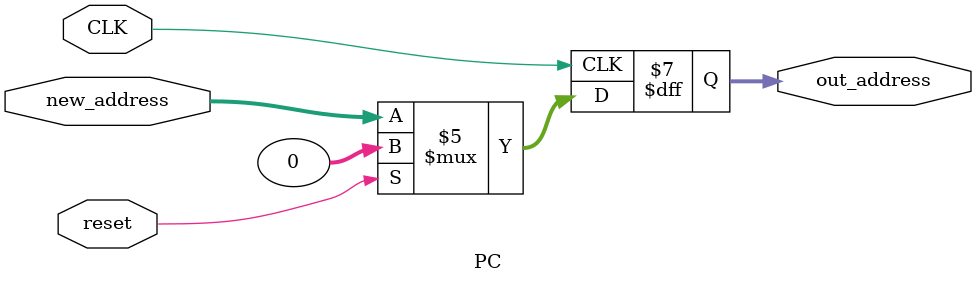
<source format=v>
module PC(
    input [31:0]new_address,
    input CLK,
    input reset,
    output reg [31:0]out_address
    );
    initial begin
        out_address=32'h00000000; 
    end
    always@(posedge CLK)begin
        if(reset==1'b1)begin
            out_address = 32'h00000000;
        end
        else
            out_address = new_address;
    end
endmodule

</source>
